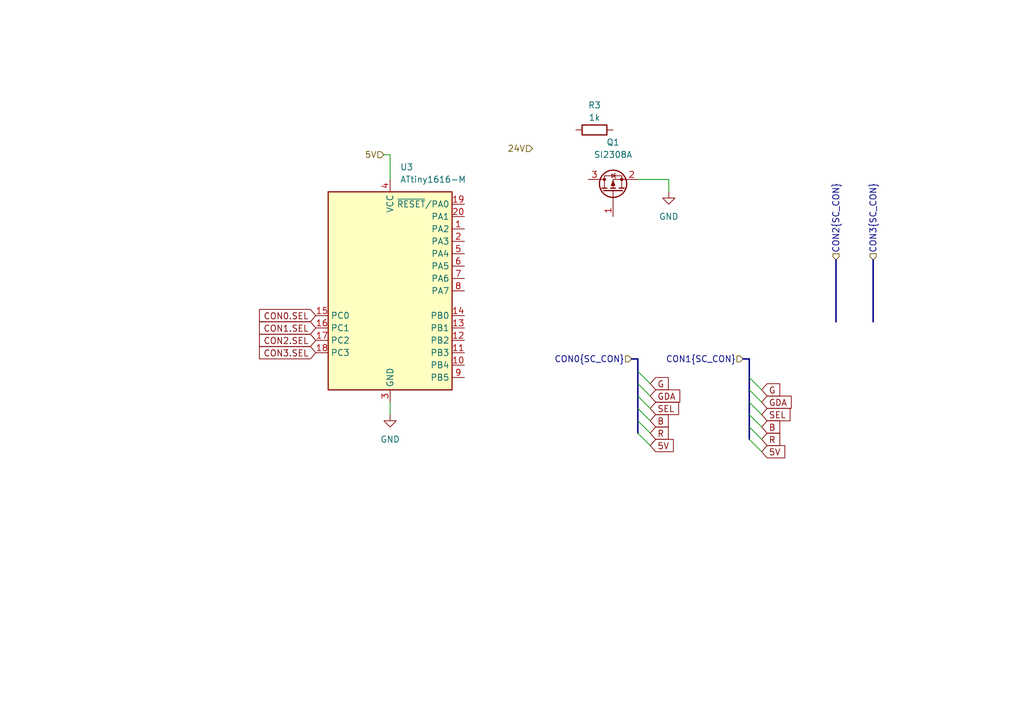
<source format=kicad_sch>
(kicad_sch (version 20211123) (generator eeschema)
  (paper "A5")
  (lib_symbols
    (symbol "Device:R" (pin_numbers hide) (pin_names (offset 0))
      (property "Reference" "R" (at 2.032 0 90))
      (property "Value" "R" (at 0 0 90))
      (symbol "R_0_1"
        (rectangle (start -1.016 -2.54) (end 1.016 2.54) (stroke (width 0.254)))
      )
      (symbol "R_1_1"
        (pin passive line (at 0 3.81 270) (length 1.27) (name "~") (number "1"))
        (pin passive line (at 0 -3.81 90) (length 1.27) (name "~") (number "2"))
      )
    )
    (symbol "MCU_Microchip_ATtiny:ATtiny1616-M"
      (property "Reference" "U" (at -12.7 21.59 0))
      (property "Value" "ATtiny1616-M" (at 2.54 -21.59 0))
      (symbol "ATtiny1616-M_0_1"
        (rectangle (start -12.7 -20.32) (end 12.7 20.32) (stroke (width 0.254)) (fill (type background)))
      )
      (symbol "ATtiny1616-M_1_1"
        (pin bidirectional line (at 15.24 12.7 180) (length 2.54) (name "PA2") (number "1"))
        (pin bidirectional line (at 15.24 -15.24 180) (length 2.54) (name "PB4") (number "10"))
        (pin bidirectional line (at 15.24 -12.7 180) (length 2.54) (name "PB3") (number "11"))
        (pin bidirectional line (at 15.24 -10.16 180) (length 2.54) (name "PB2") (number "12"))
        (pin bidirectional line (at 15.24 -7.62 180) (length 2.54) (name "PB1") (number "13"))
        (pin bidirectional line (at 15.24 -5.08 180) (length 2.54) (name "PB0") (number "14"))
        (pin bidirectional line (at -15.24 -5.08 0) (length 2.54) (name "PC0") (number "15"))
        (pin bidirectional line (at -15.24 -7.62 0) (length 2.54) (name "PC1") (number "16"))
        (pin bidirectional line (at -15.24 -10.16 0) (length 2.54) (name "PC2") (number "17"))
        (pin bidirectional line (at -15.24 -12.7 0) (length 2.54) (name "PC3") (number "18"))
        (pin bidirectional line (at 15.24 17.78 180) (length 2.54) (name "~{RESET}/PA0") (number "19"))
        (pin bidirectional line (at 15.24 10.16 180) (length 2.54) (name "PA3") (number "2"))
        (pin bidirectional line (at 15.24 15.24 180) (length 2.54) (name "PA1") (number "20"))
        (pin passive line (at 0 -22.86 90) (length 2.54) hide (name "GND") (number "21"))
        (pin power_in line (at 0 -22.86 90) (length 2.54) (name "GND") (number "3"))
        (pin power_in line (at 0 22.86 270) (length 2.54) (name "VCC") (number "4"))
        (pin bidirectional line (at 15.24 7.62 180) (length 2.54) (name "PA4") (number "5"))
        (pin bidirectional line (at 15.24 5.08 180) (length 2.54) (name "PA5") (number "6"))
        (pin bidirectional line (at 15.24 2.54 180) (length 2.54) (name "PA6") (number "7"))
        (pin bidirectional line (at 15.24 0 180) (length 2.54) (name "PA7") (number "8"))
        (pin bidirectional line (at 15.24 -17.78 180) (length 2.54) (name "PB5") (number "9"))
      )
    )
    (symbol "Transistor_FET:Si2319CDS" (pin_names hide)
      (property "Reference" "Q" (at 5.08 1.905 0))
      (property "Value" "Si2319CDS" (at 5.08 0 0))
      (symbol "Si2319CDS_0_1"
        (polyline (pts (xy 0.254 0) (xy -2.54 0)))
        (polyline (pts (xy 0.254 1.905) (xy 0.254 -1.905)) (stroke (width 0.254)))
        (polyline (pts (xy 0.762 -1.27) (xy 0.762 -2.286)) (stroke (width 0.254)))
        (polyline (pts (xy 0.762 0.508) (xy 0.762 -0.508)) (stroke (width 0.254)))
        (polyline (pts (xy 0.762 2.286) (xy 0.762 1.27)) (stroke (width 0.254)))
        (polyline (pts (xy 2.54 2.54) (xy 2.54 1.778)))
        (polyline (pts (xy 2.54 -2.54) (xy 2.54 0) (xy 0.762 0)))
        (polyline (pts (xy 0.762 1.778) (xy 3.302 1.778) (xy 3.302 -1.778) (xy 0.762 -1.778)))
        (polyline (pts (xy 2.286 0) (xy 1.27 0.381) (xy 1.27 -0.381) (xy 2.286 0)) (fill (type outline)))
        (polyline (pts (xy 2.794 -0.508) (xy 2.921 -0.381) (xy 3.683 -0.381) (xy 3.81 -0.254)))
        (polyline (pts (xy 3.302 -0.381) (xy 2.921 0.254) (xy 3.683 0.254) (xy 3.302 -0.381)))
        (circle (center 1.651 0) (radius 2.794) (stroke (width 0.254)))
        (circle (center 2.54 -1.778) (radius 0.254) (fill (type outline)))
        (circle (center 2.54 1.778) (radius 0.254) (fill (type outline)))
      )
      (symbol "Si2319CDS_1_1"
        (pin input line (at -5.08 0 0) (length 2.54) (name "G") (number "1"))
        (pin passive line (at 2.54 -5.08 90) (length 2.54) (name "S") (number "2"))
        (pin passive line (at 2.54 5.08 270) (length 2.54) (name "D") (number "3"))
      )
    )
    (symbol "power:GND" (power) (pin_names (offset 0))
      (property "Value" "GND" (at 0 -3.81 0))
      (symbol "GND_0_1"
        (polyline (pts (xy 0 0) (xy 0 -1.27) (xy 1.27 -1.27) (xy 0 -2.54) (xy -1.27 -1.27) (xy 0 -1.27)))
      )
      (symbol "GND_1_1"
        (pin power_in line (at 0 0 270) (length 0) hide (name "GND") (number "1"))
      )
    )
  )
  (bus_entry (at 153.67 82.55) (size 2.54 2.54))
  (bus_entry (at 153.67 85.09) (size 2.54 2.54))
  (bus_entry (at 153.67 77.47) (size 2.54 2.54))
  (bus_entry (at 153.67 80.01) (size 2.54 2.54))
  (bus_entry (at 153.67 90.17) (size 2.54 2.54))
  (bus_entry (at 153.67 87.63) (size 2.54 2.54))
  (bus_entry (at 130.81 76.2) (size 2.54 2.54))
  (bus_entry (at 130.81 78.74) (size 2.54 2.54))
  (bus_entry (at 130.81 86.36) (size 2.54 2.54))
  (bus_entry (at 130.81 88.9) (size 2.54 2.54))
  (bus_entry (at 130.81 83.82) (size 2.54 2.54))
  (bus_entry (at 130.81 81.28) (size 2.54 2.54))
  (wire (pts (xy 137.16 36.83) (xy 137.16 39.37)))
  (bus (pts (xy 171.45 66.04) (xy 171.45 53.34)))
  (wire (pts (xy 80.01 82.55) (xy 80.01 85.09)))
  (wire (pts (xy 130.81 36.83) (xy 137.16 36.83)))
  (bus (pts (xy 130.81 73.66) (xy 130.81 76.2)))
  (bus (pts (xy 130.81 78.74) (xy 130.81 81.28)))
  (bus (pts (xy 153.67 80.01) (xy 153.67 82.55)))
  (bus (pts (xy 179.07 66.04) (xy 179.07 53.34)))
  (bus (pts (xy 153.67 82.55) (xy 153.67 85.09)))
  (wire (pts (xy 80.01 31.75) (xy 80.01 36.83)))
  (bus (pts (xy 130.81 86.36) (xy 130.81 88.9)))
  (bus (pts (xy 130.81 73.66) (xy 129.54 73.66)))
  (bus (pts (xy 130.81 76.2) (xy 130.81 78.74)))
  (bus (pts (xy 130.81 83.82) (xy 130.81 86.36)))
  (bus (pts (xy 153.67 73.66) (xy 153.67 77.47)))
  (wire (pts (xy 78.74 31.75) (xy 80.01 31.75)))
  (bus (pts (xy 153.67 77.47) (xy 153.67 80.01)))
  (bus (pts (xy 153.67 85.09) (xy 153.67 87.63)))
  (bus (pts (xy 130.81 81.28) (xy 130.81 83.82)))
  (bus (pts (xy 153.67 87.63) (xy 153.67 90.17)))
  (bus (pts (xy 152.4 73.66) (xy 153.67 73.66)))
  (global_label "B" (shape input) (at 133.35 86.36 0) (property "Intersheet References" "${INTERSHEET_REFS}" (effects hide)))
  (global_label "CON0.SEL" (shape input) (at 64.77 64.77 180) (property "Intersheet References" "${INTERSHEET_REFS}" (effects hide)))
  (global_label "CON2.SEL" (shape input) (at 64.77 69.85 180) (property "Intersheet References" "${INTERSHEET_REFS}" (effects hide)))
  (global_label "CON1.SEL" (shape input) (at 64.77 67.31 180) (property "Intersheet References" "${INTERSHEET_REFS}" (effects hide)))
  (global_label "SEL" (shape input) (at 133.35 83.82 0) (property "Intersheet References" "${INTERSHEET_REFS}" (effects hide)))
  (global_label "G" (shape input) (at 156.21 80.01 0) (property "Intersheet References" "${INTERSHEET_REFS}" (effects hide)))
  (global_label "B" (shape input) (at 156.21 87.63 0) (property "Intersheet References" "${INTERSHEET_REFS}" (effects hide)))
  (global_label "GDA" (shape input) (at 156.21 82.55 0) (property "Intersheet References" "${INTERSHEET_REFS}" (effects hide)))
  (global_label "SEL" (shape input) (at 156.21 85.09 0) (property "Intersheet References" "${INTERSHEET_REFS}" (effects hide)))
  (global_label "5V" (shape input) (at 156.21 92.71 0) (property "Intersheet References" "${INTERSHEET_REFS}" (effects hide)))
  (global_label "GDA" (shape input) (at 133.35 81.28 0) (property "Intersheet References" "${INTERSHEET_REFS}" (effects hide)))
  (global_label "5V" (shape input) (at 133.35 91.44 0) (property "Intersheet References" "${INTERSHEET_REFS}" (effects hide)))
  (global_label "CON3.SEL" (shape input) (at 64.77 72.39 180) (property "Intersheet References" "${INTERSHEET_REFS}" (effects hide)))
  (global_label "R" (shape input) (at 156.21 90.17 0) (property "Intersheet References" "${INTERSHEET_REFS}" (effects hide)))
  (global_label "G" (shape input) (at 133.35 78.74 0) (property "Intersheet References" "${INTERSHEET_REFS}" (effects hide)))
  (global_label "R" (shape input) (at 133.35 88.9 0) (property "Intersheet References" "${INTERSHEET_REFS}" (effects hide)))
  (hierarchical_label "CON1{SC_CON}" (shape input) (at 152.4 73.66 180))
  (hierarchical_label "24V" (shape input) (at 109.22 30.48 180))
  (hierarchical_label "5V" (shape input) (at 78.74 31.75 180))
  (hierarchical_label "CON2{SC_CON}" (shape input) (at 171.45 53.34 90))
  (hierarchical_label "CON0{SC_CON}" (shape input) (at 129.54 73.66 180))
  (hierarchical_label "CON3{SC_CON}" (shape input) (at 179.07 53.34 90))
  (symbol (lib_id "MCU_Microchip_ATtiny:ATtiny1616-M") (at 80.01 59.69 0) (unit 1)
    (property "Reference" "U3" (at 82.0294 34.29 0) (effects (justify left)))
    (property "Value" "ATtiny1616-M" (at 82.0294 36.83 0) (effects (justify left)))
    (property "Footprint" "Package_DFN_QFN:VQFN-20-1EP_3x3mm_P0.4mm_EP1.7x1.7mm" (effects hide))
    (property "Datasheet" "http://ww1.microchip.com/downloads/en/DeviceDoc/ATtiny3216_ATtiny1616-data-sheet-40001997B.pdf" (effects hide))
  )
  (symbol (lib_id "Transistor_FET:Si2319CDS") (at 125.73 39.37 90) (unit 1)
    (property "Reference" "Q1" (at 125.73 29.21 90))
    (property "Value" "SI2308A" (at 125.73 31.75 90))
    (property "Footprint" "Package_TO_SOT_SMD:SOT-23" (effects hide))
    (property "Datasheet" "https://datasheet.lcsc.com/lcsc/2208051001_UMW-Youtai-Semiconductor-Co---Ltd--SI2308A_C347491.pdf" (effects hide))
    (property "Mfr. Part#" "SI2308A" (effects hide))
    (property "LCSC Part#" "C347491" (effects hide))
  )
  (symbol (lib_id "power:GND") (at 137.16 39.37 0) (unit 1)
    (property "Reference" "#PWR?" (effects hide))
    (property "Value" "GND" (at 137.16 44.45 0))
  )
  (symbol (lib_id "Device:R") (at 121.92 26.67 90) (unit 1)
    (property "Reference" "R3" (at 121.92 21.59 90))
    (property "Value" "1k" (at 121.92 24.13 90))
    (property "Datasheet" "https://datasheet.lcsc.com/lcsc/2109301330_Viking-Tech-AR05CTC1000_C2902822.pdf" (effects hide))
    (property "Mfr Part#" "AR05CTC1000" (effects hide))
    (property "LCSC Part#" "C2902822" (effects hide))
  )
  (symbol (lib_id "power:GND") (at 80.01 85.09 0) (unit 1)
    (property "Reference" "#PWR0103" (effects hide))
    (property "Value" "GND" (at 80.01 90.17 0))
  )
)
</source>
